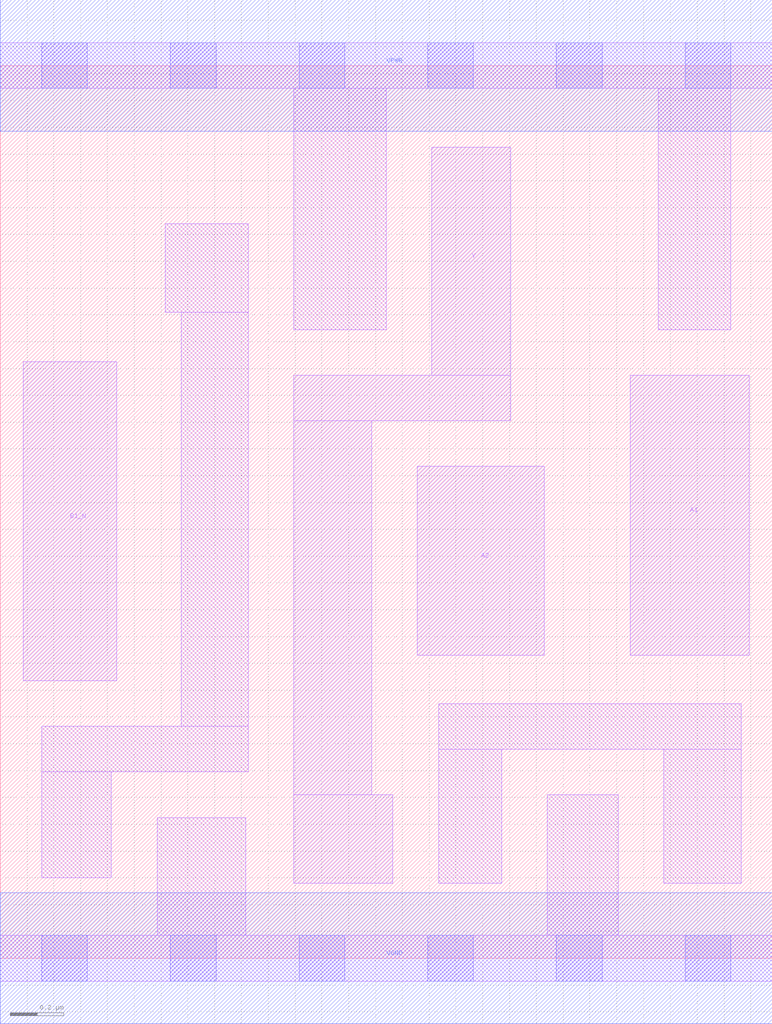
<source format=lef>
# Copyright 2020 The SkyWater PDK Authors
#
# Licensed under the Apache License, Version 2.0 (the "License");
# you may not use this file except in compliance with the License.
# You may obtain a copy of the License at
#
#     https://www.apache.org/licenses/LICENSE-2.0
#
# Unless required by applicable law or agreed to in writing, software
# distributed under the License is distributed on an "AS IS" BASIS,
# WITHOUT WARRANTIES OR CONDITIONS OF ANY KIND, either express or implied.
# See the License for the specific language governing permissions and
# limitations under the License.
#
# SPDX-License-Identifier: Apache-2.0

VERSION 5.7 ;
  NAMESCASESENSITIVE ON ;
  NOWIREEXTENSIONATPIN ON ;
  DIVIDERCHAR "/" ;
  BUSBITCHARS "[]" ;
UNITS
  DATABASE MICRONS 200 ;
END UNITS
MACRO sky130_fd_sc_lp__o21bai_0
  CLASS CORE ;
  FOREIGN sky130_fd_sc_lp__o21bai_0 ;
  ORIGIN  0.000000  0.000000 ;
  SIZE  2.880000 BY  3.330000 ;
  SYMMETRY X Y R90 ;
  SITE unit ;
  PIN A1
    ANTENNAGATEAREA  0.159000 ;
    DIRECTION INPUT ;
    USE SIGNAL ;
    PORT
      LAYER li1 ;
        RECT 2.350000 1.130000 2.795000 2.175000 ;
    END
  END A1
  PIN A2
    ANTENNAGATEAREA  0.159000 ;
    DIRECTION INPUT ;
    USE SIGNAL ;
    PORT
      LAYER li1 ;
        RECT 1.555000 1.130000 2.030000 1.835000 ;
    END
  END A2
  PIN B1_N
    ANTENNAGATEAREA  0.126000 ;
    DIRECTION INPUT ;
    USE SIGNAL ;
    PORT
      LAYER li1 ;
        RECT 0.085000 1.035000 0.435000 2.225000 ;
    END
  END B1_N
  PIN Y
    ANTENNADIFFAREA  0.290500 ;
    DIRECTION OUTPUT ;
    USE SIGNAL ;
    PORT
      LAYER li1 ;
        RECT 1.095000 0.280000 1.465000 0.610000 ;
        RECT 1.095000 0.610000 1.385000 2.005000 ;
        RECT 1.095000 2.005000 1.905000 2.175000 ;
        RECT 1.610000 2.175000 1.905000 3.025000 ;
    END
  END Y
  PIN VGND
    DIRECTION INOUT ;
    USE GROUND ;
    PORT
      LAYER met1 ;
        RECT 0.000000 -0.245000 2.880000 0.245000 ;
    END
  END VGND
  PIN VPWR
    DIRECTION INOUT ;
    USE POWER ;
    PORT
      LAYER met1 ;
        RECT 0.000000 3.085000 2.880000 3.575000 ;
    END
  END VPWR
  OBS
    LAYER li1 ;
      RECT 0.000000 -0.085000 2.880000 0.085000 ;
      RECT 0.000000  3.245000 2.880000 3.415000 ;
      RECT 0.155000  0.300000 0.415000 0.695000 ;
      RECT 0.155000  0.695000 0.925000 0.865000 ;
      RECT 0.585000  0.085000 0.915000 0.525000 ;
      RECT 0.615000  2.410000 0.925000 2.740000 ;
      RECT 0.675000  0.865000 0.925000 2.410000 ;
      RECT 1.095000  2.345000 1.440000 3.245000 ;
      RECT 1.635000  0.280000 1.870000 0.780000 ;
      RECT 1.635000  0.780000 2.765000 0.950000 ;
      RECT 2.040000  0.085000 2.305000 0.610000 ;
      RECT 2.455000  2.345000 2.725000 3.245000 ;
      RECT 2.475000  0.280000 2.765000 0.780000 ;
    LAYER mcon ;
      RECT 0.155000 -0.085000 0.325000 0.085000 ;
      RECT 0.155000  3.245000 0.325000 3.415000 ;
      RECT 0.635000 -0.085000 0.805000 0.085000 ;
      RECT 0.635000  3.245000 0.805000 3.415000 ;
      RECT 1.115000 -0.085000 1.285000 0.085000 ;
      RECT 1.115000  3.245000 1.285000 3.415000 ;
      RECT 1.595000 -0.085000 1.765000 0.085000 ;
      RECT 1.595000  3.245000 1.765000 3.415000 ;
      RECT 2.075000 -0.085000 2.245000 0.085000 ;
      RECT 2.075000  3.245000 2.245000 3.415000 ;
      RECT 2.555000 -0.085000 2.725000 0.085000 ;
      RECT 2.555000  3.245000 2.725000 3.415000 ;
  END
END sky130_fd_sc_lp__o21bai_0
END LIBRARY

</source>
